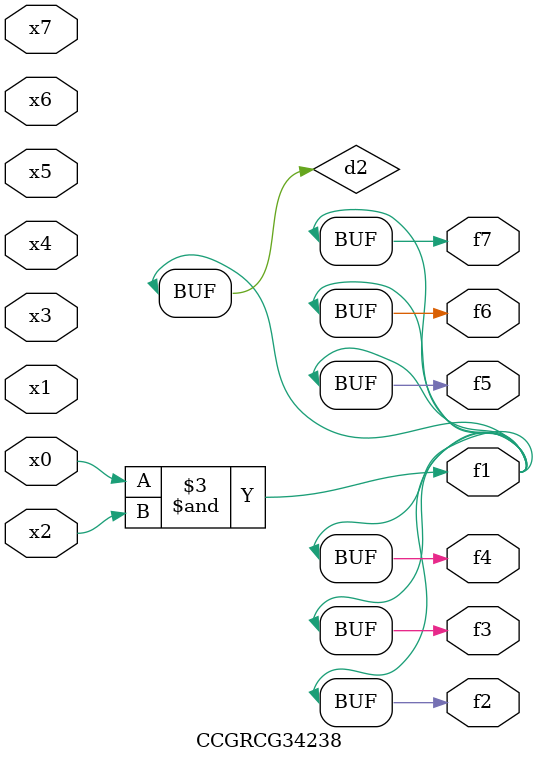
<source format=v>
module CCGRCG34238(
	input x0, x1, x2, x3, x4, x5, x6, x7,
	output f1, f2, f3, f4, f5, f6, f7
);

	wire d1, d2;

	nor (d1, x3, x6);
	and (d2, x0, x2);
	assign f1 = d2;
	assign f2 = d2;
	assign f3 = d2;
	assign f4 = d2;
	assign f5 = d2;
	assign f6 = d2;
	assign f7 = d2;
endmodule

</source>
